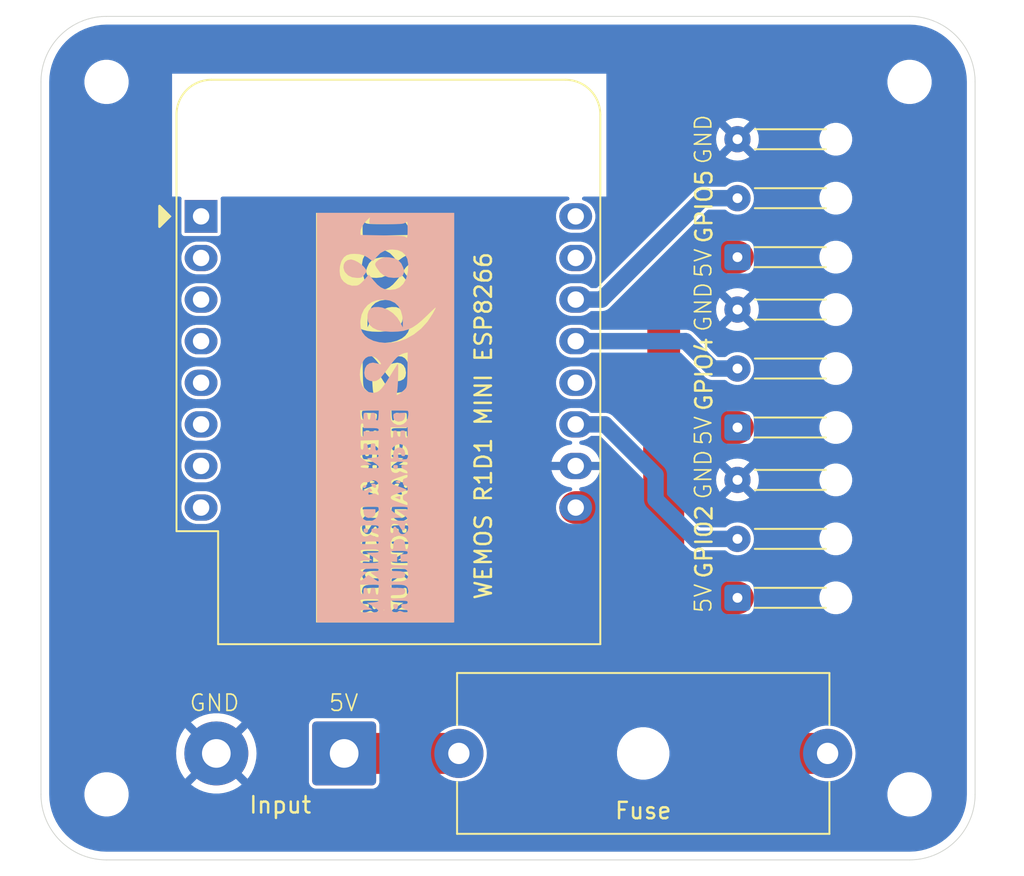
<source format=kicad_pcb>
(kicad_pcb (version 20240108) (generator "pcbnew") (generator_version "8.0")
  (layers (0 "F.Cu" signal) (31 "B.Cu" signal) (34 "B.Paste" user) (35 "F.Paste" user) (36 "B.SilkS" user "B.Silkscreen") (37 "F.SilkS" user "F.Silkscreen") (38 "B.Mask" user) (39 "F.Mask" user) (44 "Edge.Cuts" user))
  (net 0 "")
  (net 5 "D4")
  (net 7 "D1")
  (net 9 "D2")
  (net 14 "GND")
  (net 16 "+5V")
  (net 17 "Net-(Input1-Pin_1)")
  (footprint "MountingHole:MountingHole_2.2mm_M2" (layer "F.Cu") (at 131.5 107.5)
    (property "Reference" "H4" (hide yes))
    (property "Value" "MountingHole")
    (pad "" np_thru_hole circle (at 0 0) (size 2.2 2.2) (drill 2.2) (layers "*.Cu" "*.Mask"))
  )
  (footprint "Connector_Wire:SolderWire-1sqmm_1x02_P7.8mm_D1.4mm_OD3.9mm" (layer "F.Cu") (at 146 105 180)
    (property "Reference" "Input" (at 3.9 -3.15 180) (layer "F.SilkS"))
    (property "Value" "Conn_01x02_Socket")
    (pad "1" thru_hole roundrect (at 0 0 180) (size 3.9 3.9) (drill 1.75) (layers "*.Cu" "*.Mask") (roundrect_rratio 0.064103) (net 17 "Net-(Input1-Pin_1)"))
    (pad "2" thru_hole circle (at 7.8 0 180) (size 3.9 3.9) (drill 1.75) (layers "*.Cu" "*.Mask") (net 14 "GND"))
  )
  (footprint "Fuse:Fuseholder_Cylinder-5x20mm_Schurter_0031_8201_Horizontal_Open" (layer "F.Cu") (at 175.5 105 180)
    (property "Reference" "Fuse" (at 11.25 -3.5 180) (layer "F.SilkS"))
    (property "Value" "Fuse")
    (pad "" np_thru_hole circle (at 11.25 0 180) (size 2.7 2.7) (drill 2.7) (layers "*.Cu" "*.Mask"))
    (pad "1" thru_hole circle (at 0 0 180) (size 3 3) (drill 1.3) (layers "*.Cu" "*.Mask") (net 16 "+5V"))
    (pad "2" thru_hole circle (at 22.5 0 180) (size 3 3) (drill 1.3) (layers "*.Cu" "*.Mask") (net 17 "Net-(Input1-Pin_1)"))
  )
  (footprint "Module:WEMOS_D1_mini_light" (layer "F.Cu") (at 137.27 72.21)
    (property "Reference" "WEMOS R1D1 MINI ESP8266" (at 17.23 12.79 90) (layer "F.SilkS"))
    (property "Value" "WeMos_D1_mini")
    (pad "1" thru_hole rect (at 0 0) (size 2 2) (drill 1) (layers "*.Cu" "*.Mask"))
    (pad "2" thru_hole oval (at 0 2.54) (size 2 1.6) (drill 1) (layers "*.Cu" "*.Mask"))
    (pad "3" thru_hole oval (at 0 5.08) (size 2 1.6) (drill 1) (layers "*.Cu" "*.Mask"))
    (pad "4" thru_hole oval (at 0 7.62) (size 2 1.6) (drill 1) (layers "*.Cu" "*.Mask"))
    (pad "5" thru_hole oval (at 0 10.16) (size 2 1.6) (drill 1) (layers "*.Cu" "*.Mask"))
    (pad "6" thru_hole oval (at 0 12.7) (size 2 1.6) (drill 1) (layers "*.Cu" "*.Mask"))
    (pad "7" thru_hole oval (at 0 15.24) (size 2 1.6) (drill 1) (layers "*.Cu" "*.Mask"))
    (pad "8" thru_hole oval (at 0 17.78) (size 2 1.6) (drill 1) (layers "*.Cu" "*.Mask"))
    (pad "9" thru_hole oval (at 22.86 17.78) (size 2 1.6) (drill 1) (layers "*.Cu" "*.Mask") (net 16 "+5V"))
    (pad "10" thru_hole oval (at 22.86 15.24) (size 2 1.6) (drill 1) (layers "*.Cu" "*.Mask") (net 14 "GND"))
    (pad "11" thru_hole oval (at 22.86 12.7) (size 2 1.6) (drill 1) (layers "*.Cu" "*.Mask") (net 5 "D4"))
    (pad "12" thru_hole oval (at 22.86 10.16) (size 2 1.6) (drill 1) (layers "*.Cu" "*.Mask"))
    (pad "13" thru_hole oval (at 22.86 7.62) (size 2 1.6) (drill 1) (layers "*.Cu" "*.Mask") (net 9 "D2"))
    (pad "14" thru_hole oval (at 22.86 5.08) (size 2 1.6) (drill 1) (layers "*.Cu" "*.Mask") (net 7 "D1"))
    (pad "15" thru_hole oval (at 22.86 2.54) (size 2 1.6) (drill 1) (layers "*.Cu" "*.Mask"))
    (pad "16" thru_hole oval (at 22.86 0) (size 2 1.6) (drill 1) (layers "*.Cu" "*.Mask"))
  )
  (footprint "Connector_Wire:SolderWire-0.1sqmm_1x03_P3.6mm_D0.4mm_OD1mm_Relief" (layer "F.Cu") (at 170 85.1 90)
    (property "Reference" "GPIO4" (at 3.254764 -2.0395 270) (layer "F.SilkS"))
    (property "Value" "Conn_01x03_Socket")
    (pad "" np_thru_hole circle (at 0 6 90) (size 1.5 1.5) (drill 1.5) (layers "*.Cu" "*.Mask"))
    (pad "" np_thru_hole circle (at 3.6 6 90) (size 1.5 1.5) (drill 1.5) (layers "*.Cu" "*.Mask"))
    (pad "" np_thru_hole circle (at 7.2 6 90) (size 1.5 1.5) (drill 1.5) (layers "*.Cu" "*.Mask"))
    (pad "1" thru_hole roundrect (at 0 0 90) (size 1.6 1.6) (drill 0.6) (layers "*.Cu" "*.Mask") (roundrect_rratio 0.15625) (net 16 "+5V"))
    (pad "2" thru_hole circle (at 3.6 0 90) (size 1.6 1.6) (drill 0.6) (layers "*.Cu" "*.Mask") (net 9 "D2"))
    (pad "3" thru_hole circle (at 7.2 0 90) (size 1.6 1.6) (drill 0.6) (layers "*.Cu" "*.Mask") (net 14 "GND"))
  )
  (footprint "MountingHole:MountingHole_2.2mm_M2" (layer "F.Cu") (at 131.5 64)
    (property "Reference" "H1" (hide yes))
    (property "Value" "MountingHole")
    (pad "" np_thru_hole circle (at 0 0) (size 2.2 2.2) (drill 2.2) (layers "*.Cu" "*.Mask"))
  )
  (footprint "Connector_Wire:SolderWire-0.1sqmm_1x03_P3.6mm_D0.4mm_OD1mm_Relief" (layer "F.Cu") (at 170 74.7 90)
    (property "Reference" "GPIO5" (at 3.087203 -2.0395 270) (layer "F.SilkS"))
    (property "Value" "Conn_01x03_Socket")
    (pad "" np_thru_hole circle (at 0 6 90) (size 1.5 1.5) (drill 1.5) (layers "*.Cu" "*.Mask"))
    (pad "" np_thru_hole circle (at 3.6 6 90) (size 1.5 1.5) (drill 1.5) (layers "*.Cu" "*.Mask"))
    (pad "" np_thru_hole circle (at 7.2 6 90) (size 1.5 1.5) (drill 1.5) (layers "*.Cu" "*.Mask"))
    (pad "1" thru_hole roundrect (at 0 0 90) (size 1.6 1.6) (drill 0.6) (layers "*.Cu" "*.Mask") (roundrect_rratio 0.15625) (net 16 "+5V"))
    (pad "2" thru_hole circle (at 3.6 0 90) (size 1.6 1.6) (drill 0.6) (layers "*.Cu" "*.Mask") (net 7 "D1"))
    (pad "3" thru_hole circle (at 7.2 0 90) (size 1.6 1.6) (drill 0.6) (layers "*.Cu" "*.Mask") (net 14 "GND"))
  )
  (footprint "Connector_Wire:SolderWire-0.1sqmm_1x03_P3.6mm_D0.4mm_OD1mm_Relief" (layer "F.Cu") (at 170 95.5 90)
    (property "Reference" "GPIO2" (at 3.422325 -2.0395 270) (layer "F.SilkS"))
    (property "Value" "Conn_01x03_Socket")
    (pad "" np_thru_hole circle (at 0 6 90) (size 1.5 1.5) (drill 1.5) (layers "*.Cu" "*.Mask"))
    (pad "" np_thru_hole circle (at 3.6 6 90) (size 1.5 1.5) (drill 1.5) (layers "*.Cu" "*.Mask"))
    (pad "" np_thru_hole circle (at 7.2 6 90) (size 1.5 1.5) (drill 1.5) (layers "*.Cu" "*.Mask"))
    (pad "1" thru_hole roundrect (at 0 0 90) (size 1.6 1.6) (drill 0.6) (layers "*.Cu" "*.Mask") (roundrect_rratio 0.15625) (net 16 "+5V"))
    (pad "2" thru_hole circle (at 3.6 0 90) (size 1.6 1.6) (drill 0.6) (layers "*.Cu" "*.Mask") (net 5 "D4"))
    (pad "3" thru_hole circle (at 7.2 0 90) (size 1.6 1.6) (drill 0.6) (layers "*.Cu" "*.Mask") (net 14 "GND"))
  )
  (footprint "MountingHole:MountingHole_2.2mm_M2" (layer "F.Cu") (at 180.5 107.5)
    (property "Reference" "H3" (hide yes))
    (property "Value" "MountingHole")
    (pad "" np_thru_hole circle (at 0 0) (size 2.2 2.2) (drill 2.2) (layers "*.Cu" "*.Mask"))
  )
  (footprint "Logo:1892" (layer "F.Cu") (at 148.5 84.5 -90)
    (property "Reference" "G***" (hide yes))
    (property "Value" "LOGO" (hide yes))
  )
  (footprint "MountingHole:MountingHole_2.2mm_M2" (layer "F.Cu") (at 180.5 64)
    (property "Reference" "H2" (hide yes))
    (property "Value" "MountingHole")
    (pad "" np_thru_hole circle (at 0 0) (size 2.2 2.2) (drill 2.2) (layers "*.Cu" "*.Mask"))
  )
  (footprint "Logo:1892" (layer "B.Cu") (at 148.5 84.5 -90)
    (property "Reference" "G***" (hide yes))
    (property "Value" "LOGO" (hide yes))
  )
  (gr_line (start 127.5 107.5) (end 127.5 64) (stroke (width 0.05)) (layer "Edge.Cuts"))
  (gr_line (start 131.5 60) (end 180.5 60) (stroke (width 0.05)) (layer "Edge.Cuts"))
  (gr_arc (start 131.5 111.5) (mid 128.671573 110.328427) (end 127.5 107.5) (stroke (width 0.05)) (layer "Edge.Cuts"))
  (gr_line (start 184.5 107.5) (end 184.5 64) (stroke (width 0.05)) (layer "Edge.Cuts"))
  (gr_arc (start 184.5 107.5) (mid 183.328427 110.328427) (end 180.5 111.5) (stroke (width 0.05)) (layer "Edge.Cuts"))
  (gr_line (start 131.5 111.5) (end 180.5 111.5) (stroke (width 0.05)) (layer "Edge.Cuts"))
  (gr_arc (start 180.5 60) (mid 183.328427 61.171573) (end 184.5 64) (stroke (width 0.05)) (layer "Edge.Cuts"))
  (gr_arc (start 127.5 64) (mid 128.671573 61.171573) (end 131.5 60) (stroke (width 0.05)) (layer "Edge.Cuts"))
  (gr_text "GND" (at 168.5 79.332439 90) (layer "F.SilkS") (effects (font (size 1 1) (thickness 0.1)) (justify left bottom)))
  (gr_text "GND" (at 136.5 102.5 0) (layer "F.SilkS") (effects (font (size 1 1) (thickness 0.1)) (justify left bottom)))
  (gr_text "5V" (at 168.5 96.5 90) (layer "F.SilkS") (effects (font (size 1 1) (thickness 0.1)) (justify left bottom)))
  (gr_text "GND" (at 168.5 89.564878 90) (layer "F.SilkS") (effects (font (size 1 1) (thickness 0.1)) (justify left bottom)))
  (gr_text "GND" (at 168.5 69.1 90) (layer "F.SilkS") (effects (font (size 1 1) (thickness 0.1)) (justify left bottom)))
  (gr_text "5V" (at 168.5 76.035118 90) (layer "F.SilkS") (effects (font (size 1 1) (thickness 0.1)) (justify left bottom)))
  (gr_text "5V" (at 145 102.5 0) (layer "F.SilkS") (effects (font (size 1 1) (thickness 0.1)) (justify left bottom)))
  (gr_text "5V" (at 168.5 86.267557 90) (layer "F.SilkS") (effects (font (size 1 1) (thickness 0.1)) (justify left bottom)))
  (segment (start 170 91.9) (end 167.6 91.9) (width 1) (layer "B.Cu") (net 5))
  (segment (start 161.91 84.91) (end 160.13 84.91) (width 1) (layer "B.Cu") (net 5))
  (segment (start 167.6 91.9) (end 167.5 92) (width 1) (layer "B.Cu") (net 5))
  (segment (start 165 89.5) (end 165 88) (width 1) (layer "B.Cu") (net 5))
  (segment (start 165 88) (end 161.91 84.91) (width 1) (layer "B.Cu") (net 5))
  (segment (start 167.5 92) (end 165 89.5) (width 1) (layer "B.Cu") (net 5))
  (segment (start 167.9 71.1) (end 170 71.1) (width 1) (layer "B.Cu") (net 7))
  (segment (start 160.13 77.29) (end 161.71 77.29) (width 1) (layer "B.Cu") (net 7))
  (segment (start 161.71 77.29) (end 167.9 71.1) (width 1) (layer "B.Cu") (net 7))
  (segment (start 170 81.5) (end 168.5 81.5) (width 1) (layer "B.Cu") (net 9))
  (segment (start 168.5 81.5) (end 166.83 79.83) (width 1) (layer "B.Cu") (net 9))
  (segment (start 166.83 79.83) (end 160.13 79.83) (width 1) (layer "B.Cu") (net 9))
  (segment (start 160.13 89.99) (end 162.49 89.99) (width 2) (layer "F.Cu") (net 16))
  (segment (start 162.49 89.99) (end 165.5 93) (width 2) (layer "F.Cu") (net 16))
  (segment (start 165.5 86.5) (end 165.5 86) (width 2.5) (layer "F.Cu") (net 16))
  (segment (start 165.5 93) (end 165.5 97.5) (width 2.5) (layer "F.Cu") (net 16))
  (segment (start 165.5 97.5) (end 173 105) (width 2.5) (layer "F.Cu") (net 16))
  (segment (start 165.5 87.5) (end 165.5 85.5) (width 2) (layer "F.Cu") (net 16))
  (segment (start 165.5 86.5) (end 165.5 93) (width 2.5) (layer "F.Cu") (net 16))
  (segment (start 165.5 85.5) (end 165.5 76.5) (width 2) (layer "F.Cu") (net 16))
  (segment (start 170 95.5) (end 167.5 95.5) (width 2) (layer "F.Cu") (net 16))
  (segment (start 170 85.1) (end 167.9 85.1) (width 2) (layer "F.Cu") (net 16))
  (segment (start 167.9 85.1) (end 165.5 87.5) (width 2) (layer "F.Cu") (net 16))
  (segment (start 165.5 76.5) (end 167.3 74.7) (width 2) (layer "F.Cu") (net 16))
  (segment (start 167.3 74.7) (end 170 74.7) (width 2) (layer "F.Cu") (net 16))
  (segment (start 165.5 86) (end 165.5 85.5) (width 2.5) (layer "F.Cu") (net 16))
  (segment (start 173 105) (end 175.5 105) (width 2.5) (layer "F.Cu") (net 16))
  (segment (start 167.5 95.5) (end 165.5 97.5) (width 2) (layer "F.Cu") (net 16))
  (segment (start 146 105) (end 153 105) (width 2.5) (layer "F.Cu") (net 17))
  (zone (net 0) (net_name "") (layers "F&B.Cu" "Edge.Cuts") (name "antenna") (connect_pads (clearance 0)) (min_thickness 0.25)
    (keepout (tracks not_allowed) (vias not_allowed) (pads not_allowed) (copperpour not_allowed) (footprints not_allowed))
    (fill (thermal_gap 0.5) (thermal_bridge_width 0.5))
    (polygon (pts (xy 135.5 63.5) (xy 135.5 71) (xy 162 71) (xy 162 63.5)))
  )
  (zone (net 14) (net_name "GND") (layer "B.Cu") (name "antenna") (connect_pads (clearance 0)) (min_thickness 0.25) (fill yes (thermal_gap 0.5) (thermal_bridge_width 0.5))
    (polygon (pts (xy 187.5 112.5) (xy 125 112.5) (xy 125 59) (xy 187.5 59)))
  )
)
</source>
